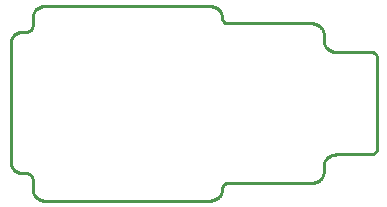
<source format=gbr>
G04 EAGLE Gerber RS-274X export*
G75*
%MOMM*%
%FSLAX34Y34*%
%LPD*%
%IN*%
%IPPOS*%
%AMOC8*
5,1,8,0,0,1.08239X$1,22.5*%
G01*
%ADD10C,0.254000*%


D10*
X-8500Y32500D02*
X-8462Y31628D01*
X-8348Y30764D01*
X-8159Y29912D01*
X-7897Y29080D01*
X-7563Y28274D01*
X-7160Y27500D01*
X-6692Y26764D01*
X-6160Y26072D01*
X-5571Y25429D01*
X-4928Y24840D01*
X-4236Y24308D01*
X-3500Y23840D01*
X-2726Y23437D01*
X-1920Y23103D01*
X-1088Y22841D01*
X-236Y22652D01*
X628Y22538D01*
X1500Y22500D01*
X5000Y22500D01*
X5436Y22481D01*
X5868Y22424D01*
X6294Y22330D01*
X6710Y22198D01*
X7113Y22032D01*
X7500Y21830D01*
X7868Y21596D01*
X8214Y21330D01*
X8536Y21036D01*
X8830Y20714D01*
X9096Y20368D01*
X9330Y20000D01*
X9532Y19613D01*
X9698Y19210D01*
X9830Y18794D01*
X9924Y18368D01*
X9981Y17936D01*
X10000Y17500D01*
X10000Y9500D01*
X10038Y8628D01*
X10152Y7764D01*
X10341Y6912D01*
X10603Y6080D01*
X10937Y5274D01*
X11340Y4500D01*
X11808Y3764D01*
X12340Y3072D01*
X12929Y2429D01*
X13572Y1840D01*
X14264Y1308D01*
X15000Y840D01*
X15774Y437D01*
X16580Y103D01*
X17412Y-159D01*
X18264Y-348D01*
X19128Y-462D01*
X20000Y-500D01*
X160500Y-500D01*
X161372Y-462D01*
X162236Y-348D01*
X163088Y-159D01*
X163920Y103D01*
X164726Y437D01*
X165500Y840D01*
X166236Y1308D01*
X166928Y1840D01*
X167571Y2429D01*
X168160Y3072D01*
X168692Y3764D01*
X169160Y4500D01*
X169563Y5274D01*
X169897Y6080D01*
X170159Y6912D01*
X170348Y7764D01*
X170462Y8628D01*
X170500Y9500D01*
X170519Y9936D01*
X170576Y10368D01*
X170670Y10794D01*
X170802Y11210D01*
X170968Y11613D01*
X171170Y12000D01*
X171404Y12368D01*
X171670Y12714D01*
X171964Y13036D01*
X172286Y13330D01*
X172632Y13596D01*
X173000Y13830D01*
X173387Y14032D01*
X173790Y14198D01*
X174206Y14330D01*
X174632Y14424D01*
X175064Y14481D01*
X175500Y14500D01*
X246500Y14500D01*
X247372Y14538D01*
X248236Y14652D01*
X249088Y14841D01*
X249920Y15103D01*
X250726Y15437D01*
X251500Y15840D01*
X252236Y16308D01*
X252928Y16840D01*
X253571Y17429D01*
X254160Y18072D01*
X254692Y18764D01*
X255160Y19500D01*
X255563Y20274D01*
X255897Y21080D01*
X256159Y21912D01*
X256348Y22764D01*
X256462Y23628D01*
X256500Y24500D01*
X256500Y28500D01*
X256538Y29372D01*
X256652Y30236D01*
X256841Y31088D01*
X257103Y31920D01*
X257437Y32726D01*
X257840Y33500D01*
X258308Y34236D01*
X258840Y34928D01*
X259429Y35571D01*
X260072Y36160D01*
X260764Y36692D01*
X261500Y37160D01*
X262274Y37563D01*
X263080Y37897D01*
X263912Y38159D01*
X264764Y38348D01*
X265628Y38462D01*
X266500Y38500D01*
X296500Y38500D01*
X296936Y38519D01*
X297368Y38576D01*
X297794Y38670D01*
X298210Y38802D01*
X298613Y38968D01*
X299000Y39170D01*
X299368Y39404D01*
X299714Y39670D01*
X300036Y39964D01*
X300330Y40286D01*
X300596Y40632D01*
X300830Y41000D01*
X301032Y41387D01*
X301198Y41790D01*
X301330Y42206D01*
X301424Y42632D01*
X301481Y43064D01*
X301500Y43500D01*
X301500Y120500D01*
X301481Y120936D01*
X301424Y121368D01*
X301330Y121794D01*
X301198Y122210D01*
X301032Y122613D01*
X300830Y123000D01*
X300596Y123368D01*
X300330Y123714D01*
X300036Y124036D01*
X299714Y124330D01*
X299368Y124596D01*
X299000Y124830D01*
X298613Y125032D01*
X298210Y125198D01*
X297794Y125330D01*
X297368Y125424D01*
X296936Y125481D01*
X296500Y125500D01*
X266500Y125500D01*
X265628Y125538D01*
X264764Y125652D01*
X263912Y125841D01*
X263080Y126103D01*
X262274Y126437D01*
X261500Y126840D01*
X260764Y127308D01*
X260072Y127840D01*
X259429Y128429D01*
X258840Y129072D01*
X258308Y129764D01*
X257840Y130500D01*
X257437Y131274D01*
X257103Y132080D01*
X256841Y132912D01*
X256652Y133764D01*
X256538Y134628D01*
X256500Y135500D01*
X256500Y139500D01*
X256462Y140372D01*
X256348Y141236D01*
X256159Y142088D01*
X255897Y142920D01*
X255563Y143726D01*
X255160Y144500D01*
X254692Y145236D01*
X254160Y145928D01*
X253571Y146571D01*
X252928Y147160D01*
X252236Y147692D01*
X251500Y148160D01*
X250726Y148563D01*
X249920Y148897D01*
X249088Y149159D01*
X248236Y149348D01*
X247372Y149462D01*
X246500Y149500D01*
X175000Y149500D01*
X174608Y149517D01*
X174219Y149568D01*
X173835Y149653D01*
X173461Y149771D01*
X173098Y149922D01*
X172750Y150103D01*
X172419Y150314D01*
X172107Y150553D01*
X171818Y150818D01*
X171553Y151107D01*
X171314Y151419D01*
X171103Y151750D01*
X170922Y152098D01*
X170771Y152461D01*
X170653Y152835D01*
X170568Y153219D01*
X170517Y153608D01*
X170500Y154000D01*
X170462Y154872D01*
X170348Y155736D01*
X170159Y156588D01*
X169897Y157420D01*
X169563Y158226D01*
X169160Y159000D01*
X168692Y159736D01*
X168160Y160428D01*
X167571Y161071D01*
X166928Y161660D01*
X166236Y162192D01*
X165500Y162660D01*
X164726Y163063D01*
X163920Y163397D01*
X163088Y163659D01*
X162236Y163848D01*
X161372Y163962D01*
X160500Y164000D01*
X20000Y164000D01*
X19149Y163985D01*
X18303Y163895D01*
X17468Y163732D01*
X16650Y163498D01*
X15856Y163192D01*
X15092Y162819D01*
X14362Y162380D01*
X13674Y161880D01*
X13033Y161321D01*
X12442Y160709D01*
X11907Y160047D01*
X11431Y159342D01*
X11019Y158597D01*
X10674Y157820D01*
X10397Y157015D01*
X10192Y156189D01*
X10059Y155349D01*
X10000Y154500D01*
X10000Y147500D01*
X9981Y147064D01*
X9924Y146632D01*
X9830Y146206D01*
X9698Y145790D01*
X9532Y145387D01*
X9330Y145000D01*
X9096Y144632D01*
X8830Y144286D01*
X8536Y143964D01*
X8214Y143670D01*
X7868Y143404D01*
X7500Y143170D01*
X7113Y142968D01*
X6710Y142802D01*
X6294Y142670D01*
X5868Y142576D01*
X5436Y142519D01*
X5000Y142500D01*
X1500Y142500D01*
X628Y142462D01*
X-236Y142348D01*
X-1088Y142159D01*
X-1920Y141897D01*
X-2726Y141563D01*
X-3500Y141160D01*
X-4236Y140692D01*
X-4928Y140160D01*
X-5571Y139571D01*
X-6160Y138928D01*
X-6692Y138236D01*
X-7160Y137500D01*
X-7563Y136726D01*
X-7897Y135920D01*
X-8159Y135088D01*
X-8348Y134236D01*
X-8462Y133372D01*
X-8500Y132500D01*
X-8500Y32500D01*
M02*

</source>
